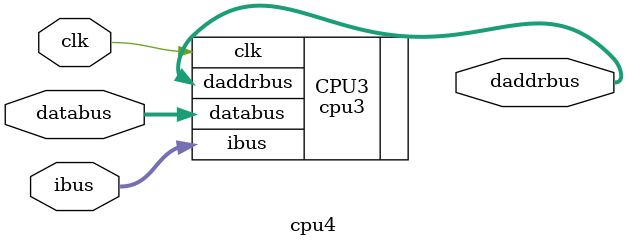
<source format=v>
`timescale 1ns / 1ps


module cpu4(
    input [31:0] ibus,
    input clk,
    output [31:0] daddrbus,
    inout [31:0] databus
    );
    
    wire [31:0] DADDRtoMUX, DATAtoMUX, databustoMUX;
    
    cpu3 CPU3(
        .ibus(ibus),
        .clk(clk),
        .daddrbus(daddrbus),
        .databus(databus)
    );
    
endmodule

</source>
